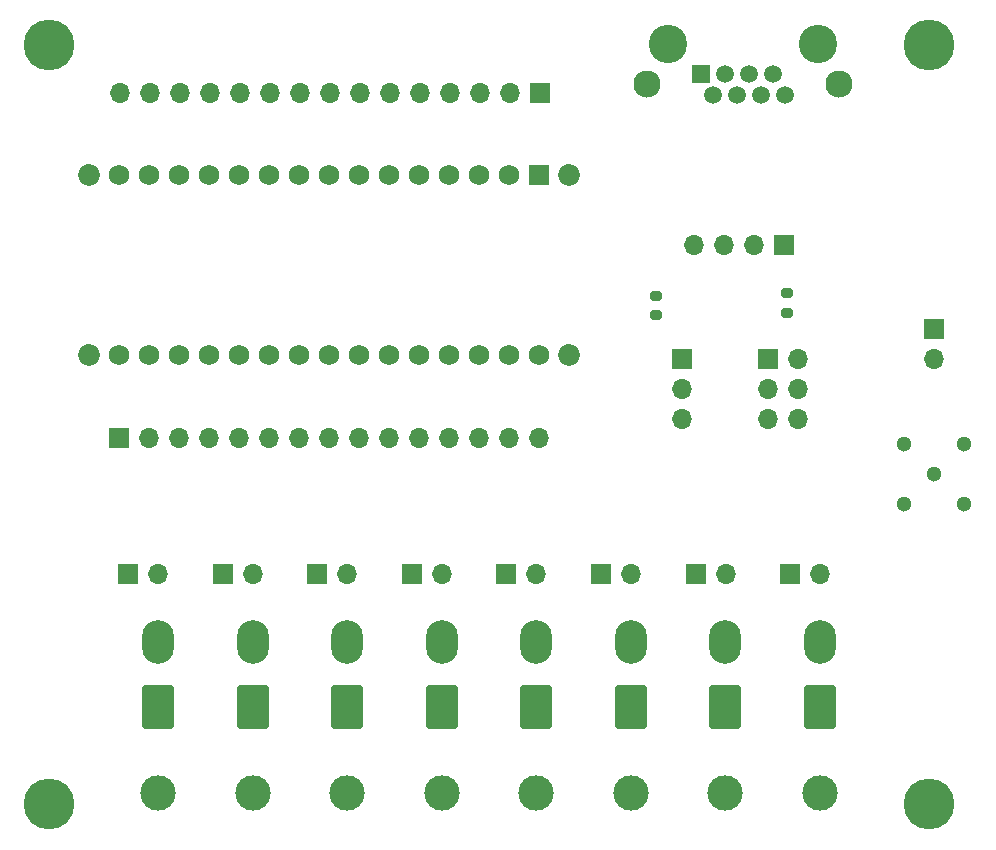
<source format=gbr>
%TF.GenerationSoftware,KiCad,Pcbnew,(6.0.1-0)*%
%TF.CreationDate,2022-10-18T15:39:25+02:00*%
%TF.ProjectId,nano_board,6e616e6f-5f62-46f6-9172-642e6b696361,rev?*%
%TF.SameCoordinates,Original*%
%TF.FileFunction,Soldermask,Bot*%
%TF.FilePolarity,Negative*%
%FSLAX46Y46*%
G04 Gerber Fmt 4.6, Leading zero omitted, Abs format (unit mm)*
G04 Created by KiCad (PCBNEW (6.0.1-0)) date 2022-10-18 15:39:25*
%MOMM*%
%LPD*%
G01*
G04 APERTURE LIST*
G04 Aperture macros list*
%AMRoundRect*
0 Rectangle with rounded corners*
0 $1 Rounding radius*
0 $2 $3 $4 $5 $6 $7 $8 $9 X,Y pos of 4 corners*
0 Add a 4 corners polygon primitive as box body*
4,1,4,$2,$3,$4,$5,$6,$7,$8,$9,$2,$3,0*
0 Add four circle primitives for the rounded corners*
1,1,$1+$1,$2,$3*
1,1,$1+$1,$4,$5*
1,1,$1+$1,$6,$7*
1,1,$1+$1,$8,$9*
0 Add four rect primitives between the rounded corners*
20,1,$1+$1,$2,$3,$4,$5,0*
20,1,$1+$1,$4,$5,$6,$7,0*
20,1,$1+$1,$6,$7,$8,$9,0*
20,1,$1+$1,$8,$9,$2,$3,0*%
G04 Aperture macros list end*
%ADD10C,4.300000*%
%ADD11R,1.700000X1.700000*%
%ADD12O,1.700000X1.700000*%
%ADD13C,3.250000*%
%ADD14R,1.500000X1.500000*%
%ADD15C,1.500000*%
%ADD16C,2.300000*%
%ADD17C,3.000000*%
%ADD18RoundRect,0.250001X1.099999X1.599999X-1.099999X1.599999X-1.099999X-1.599999X1.099999X-1.599999X0*%
%ADD19O,2.700000X3.700000*%
%ADD20C,1.300000*%
%ADD21C,1.850000*%
%ADD22C,1.727200*%
%ADD23R,1.727200X1.727200*%
%ADD24RoundRect,0.200000X-0.275000X0.200000X-0.275000X-0.200000X0.275000X-0.200000X0.275000X0.200000X0*%
G04 APERTURE END LIST*
D10*
%TO.C,REF\u002A\u002A*%
X94750000Y-110000000D03*
%TD*%
D11*
%TO.C,NTC6-Pin0*%
X149500000Y-90525000D03*
D12*
X152040000Y-90525000D03*
%TD*%
D13*
%TO.C,J0*%
X147150000Y-45600000D03*
X159850000Y-45600000D03*
D14*
X149940000Y-48140000D03*
D15*
X150956000Y-49920000D03*
X151972000Y-48140000D03*
X152988000Y-49920000D03*
X154004000Y-48140000D03*
X155020000Y-49920000D03*
X156036000Y-48140000D03*
X157052000Y-49920000D03*
D16*
X145370000Y-49030000D03*
X161630000Y-49030000D03*
%TD*%
D11*
%TO.C,I2C-Pins0*%
X156980000Y-62600000D03*
D12*
X154440000Y-62600000D03*
X151900000Y-62600000D03*
X149360000Y-62600000D03*
%TD*%
D11*
%TO.C,Freq_Pins0*%
X169700000Y-69760000D03*
D12*
X169700000Y-72300000D03*
%TD*%
D11*
%TO.C,ArdTopPins0*%
X136283000Y-49750000D03*
D12*
X133743000Y-49750000D03*
X131203000Y-49750000D03*
X128663000Y-49750000D03*
X126123000Y-49750000D03*
X123583000Y-49750000D03*
X121043000Y-49750000D03*
X118503000Y-49750000D03*
X115963000Y-49750000D03*
X113423000Y-49750000D03*
X110883000Y-49750000D03*
X108343000Y-49750000D03*
X105803000Y-49750000D03*
X103263000Y-49750000D03*
X100723000Y-49750000D03*
%TD*%
D11*
%TO.C,J2*%
X155600000Y-72300000D03*
D12*
X158140000Y-72300000D03*
X155600000Y-74840000D03*
X158140000Y-74840000D03*
X155600000Y-77380000D03*
X158140000Y-77380000D03*
%TD*%
D17*
%TO.C,NTC5*%
X144000000Y-109025000D03*
D18*
X144000000Y-101725000D03*
D19*
X144000000Y-96225000D03*
%TD*%
D20*
%TO.C,J3*%
X169710000Y-82060000D03*
X172250000Y-79520000D03*
X167170000Y-79520000D03*
X167170000Y-84600000D03*
X172250000Y-84600000D03*
%TD*%
D11*
%TO.C,NTC7-Pin0*%
X157460000Y-90525000D03*
D12*
X160000000Y-90525000D03*
%TD*%
D21*
%TO.C,XA0*%
X98150000Y-56708000D03*
X138790000Y-56708000D03*
X138790000Y-71948000D03*
X98150000Y-71948000D03*
D22*
X103230000Y-71948000D03*
X128630000Y-71948000D03*
X108310000Y-71948000D03*
X110850000Y-71948000D03*
X113390000Y-71948000D03*
X115930000Y-71948000D03*
X118470000Y-71948000D03*
X121010000Y-71948000D03*
X123550000Y-71948000D03*
X126090000Y-71948000D03*
X105770000Y-71948000D03*
X133710000Y-56708000D03*
D23*
X136250000Y-56708000D03*
D22*
X126090000Y-56708000D03*
X123550000Y-56708000D03*
X121010000Y-56708000D03*
X118470000Y-56708000D03*
X115930000Y-56708000D03*
X113390000Y-56708000D03*
X110850000Y-56708000D03*
X108310000Y-56708000D03*
X105770000Y-56708000D03*
X103230000Y-56708000D03*
X100690000Y-56708000D03*
X100690000Y-71948000D03*
X128630000Y-56708000D03*
X133710000Y-71948000D03*
X131170000Y-56708000D03*
X131170000Y-71948000D03*
X136250000Y-71948000D03*
%TD*%
D17*
%TO.C,NTC0*%
X104000000Y-109050000D03*
D18*
X104000000Y-101750000D03*
D19*
X104000000Y-96250000D03*
%TD*%
D10*
%TO.C,REF\u002A\u002A*%
X94750000Y-45750000D03*
%TD*%
D11*
%TO.C,NTC3-Pin0*%
X125460000Y-90525000D03*
D12*
X128000000Y-90525000D03*
%TD*%
D17*
%TO.C,NTC6*%
X152000000Y-109050000D03*
D18*
X152000000Y-101750000D03*
D19*
X152000000Y-96250000D03*
%TD*%
D10*
%TO.C,REF\u002A\u002A*%
X169250000Y-45750000D03*
%TD*%
%TO.C,REF\u002A\u002A*%
X169250000Y-110000000D03*
%TD*%
D17*
%TO.C,NTC4*%
X136000000Y-109025000D03*
D18*
X136000000Y-101725000D03*
D19*
X136000000Y-96225000D03*
%TD*%
D17*
%TO.C,NTC2*%
X120000000Y-109050000D03*
D18*
X120000000Y-101750000D03*
D19*
X120000000Y-96250000D03*
%TD*%
D11*
%TO.C,J1*%
X148300000Y-72275000D03*
D12*
X148300000Y-74815000D03*
X148300000Y-77355000D03*
%TD*%
D17*
%TO.C,NTC3*%
X128000000Y-109025000D03*
D18*
X128000000Y-101725000D03*
D19*
X128000000Y-96225000D03*
%TD*%
D17*
%TO.C,NTC7*%
X160000000Y-109025000D03*
D18*
X160000000Y-101725000D03*
D19*
X160000000Y-96225000D03*
%TD*%
D17*
%TO.C,NTC1*%
X112000000Y-109025000D03*
D18*
X112000000Y-101725000D03*
D19*
X112000000Y-96225000D03*
%TD*%
D11*
%TO.C,NTC5-Pin0*%
X141500000Y-90525000D03*
D12*
X144040000Y-90525000D03*
%TD*%
D11*
%TO.C,NTC0-Pin0*%
X101460000Y-90525000D03*
D12*
X104000000Y-90525000D03*
%TD*%
D11*
%TO.C,NTC4-Pin0*%
X133460000Y-90525000D03*
D12*
X136000000Y-90525000D03*
%TD*%
D11*
%TO.C,NTC1-Pin0*%
X109460000Y-90525000D03*
D12*
X112000000Y-90525000D03*
%TD*%
D11*
%TO.C,ArdNanoBotPins0*%
X100670000Y-79000000D03*
D12*
X103210000Y-79000000D03*
X105750000Y-79000000D03*
X108290000Y-79000000D03*
X110830000Y-79000000D03*
X113370000Y-79000000D03*
X115910000Y-79000000D03*
X118450000Y-79000000D03*
X120990000Y-79000000D03*
X123530000Y-79000000D03*
X126070000Y-79000000D03*
X128610000Y-79000000D03*
X131150000Y-79000000D03*
X133690000Y-79000000D03*
X136230000Y-79000000D03*
%TD*%
D11*
%TO.C,NTC2-Pin0*%
X117460000Y-90525000D03*
D12*
X120000000Y-90525000D03*
%TD*%
D24*
%TO.C,R_Pullup0*%
X146150000Y-66925000D03*
X146150000Y-68575000D03*
%TD*%
%TO.C,R_Pullup1*%
X157200000Y-66725000D03*
X157200000Y-68375000D03*
%TD*%
M02*

</source>
